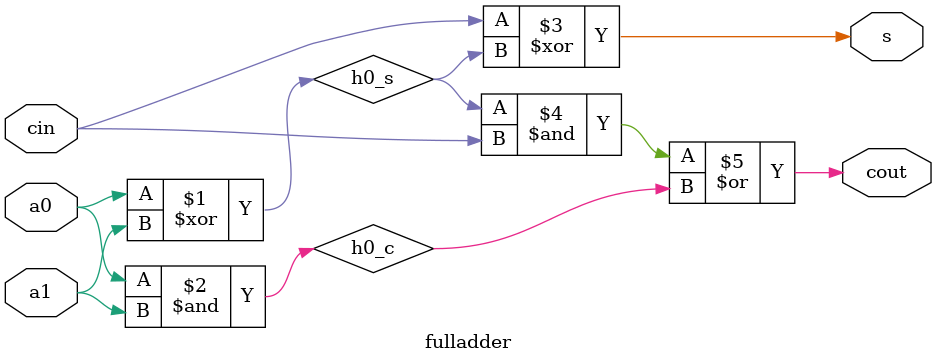
<source format=v>
module fulladder (
    input wire a0,
    input wire a1,
    input wire cin,
    output wire s,
    output wire cout
);
    wire h0_s, h0_c;
    assign h0_s = a0 ^ a1;
    assign h0_c = a0 & a1;

    assign s = cin ^ h0_s;
    assign cout = (h0_s & cin) | h0_c;

endmodule
</source>
